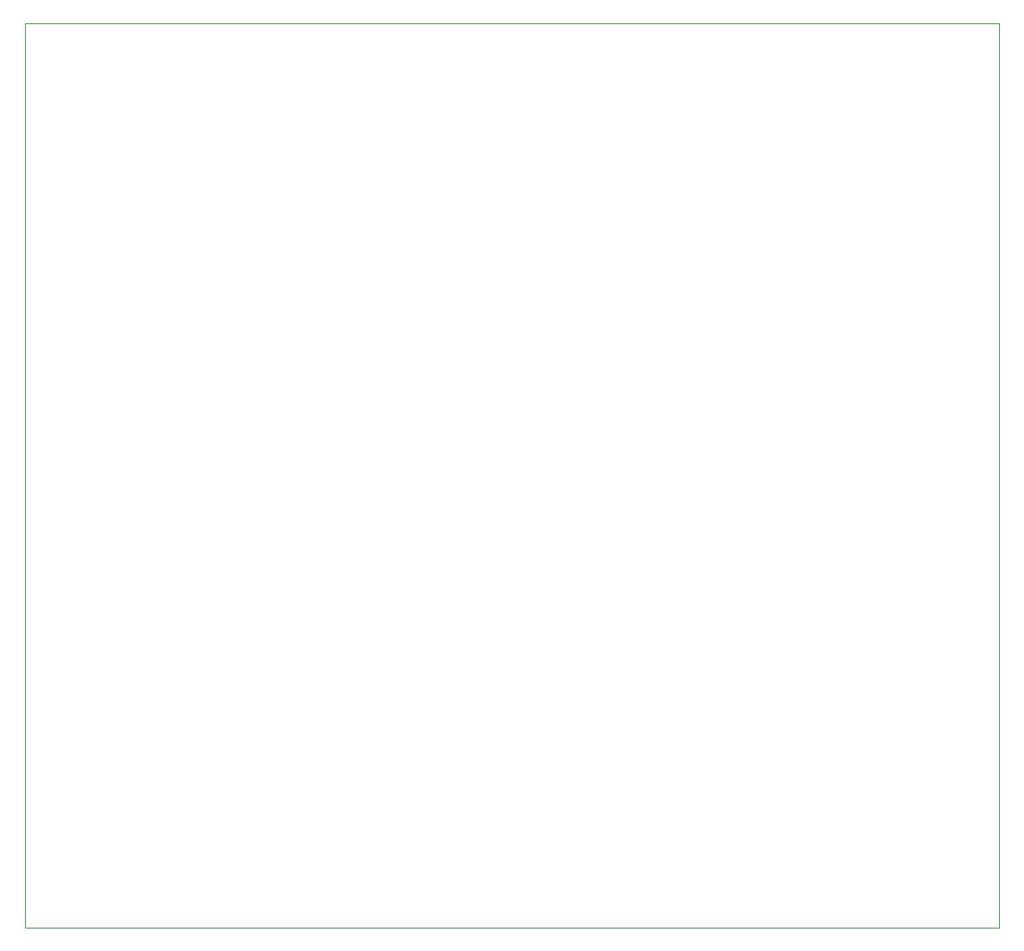
<source format=gbr>
%TF.FileFunction,Profile,NP*%
%FSLAX46Y46*%
G04 Gerber Fmt 4.6, Leading zero omitted, Abs format (unit mm)*
G04 Created by KiCad (PCBNEW (2014-10-18 BZR 5203)-product) date 11/17/2014 11:17:48 AM*
%MOMM*%
G01*
G04 APERTURE LIST*
%ADD10C,0.150000*%
%ADD11C,0.100000*%
G04 APERTURE END LIST*
D10*
D11*
X185000000Y-54000000D02*
X86000000Y-54000000D01*
X185000000Y-146000000D02*
X185000000Y-54000000D01*
X86000000Y-146000000D02*
X185000000Y-146000000D01*
X86000000Y-54000000D02*
X86000000Y-146000000D01*
M02*

</source>
